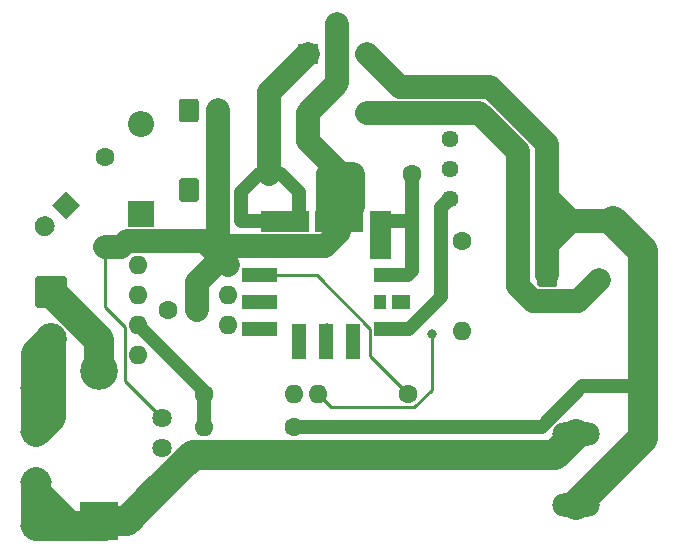
<source format=gtl>
G04 #@! TF.GenerationSoftware,KiCad,Pcbnew,(5.1.10)-1*
G04 #@! TF.CreationDate,2022-02-14T20:21:52+09:00*
G04 #@! TF.ProjectId,Integrated_Power_Board,496e7465-6772-4617-9465-645f506f7765,rev?*
G04 #@! TF.SameCoordinates,Original*
G04 #@! TF.FileFunction,Copper,L1,Top*
G04 #@! TF.FilePolarity,Positive*
%FSLAX46Y46*%
G04 Gerber Fmt 4.6, Leading zero omitted, Abs format (unit mm)*
G04 Created by KiCad (PCBNEW (5.1.10)-1) date 2022-02-14 20:21:52*
%MOMM*%
%LPD*%
G01*
G04 APERTURE LIST*
G04 #@! TA.AperFunction,ComponentPad*
%ADD10C,0.100000*%
G04 #@! TD*
G04 #@! TA.AperFunction,ComponentPad*
%ADD11O,1.700000X2.000000*%
G04 #@! TD*
G04 #@! TA.AperFunction,ComponentPad*
%ADD12O,2.700000X1.500000*%
G04 #@! TD*
G04 #@! TA.AperFunction,ComponentPad*
%ADD13O,1.600000X1.600000*%
G04 #@! TD*
G04 #@! TA.AperFunction,ComponentPad*
%ADD14C,1.635000*%
G04 #@! TD*
G04 #@! TA.AperFunction,ComponentPad*
%ADD15C,1.600000*%
G04 #@! TD*
G04 #@! TA.AperFunction,ComponentPad*
%ADD16C,1.800000*%
G04 #@! TD*
G04 #@! TA.AperFunction,ComponentPad*
%ADD17R,1.800000X1.800000*%
G04 #@! TD*
G04 #@! TA.AperFunction,SMDPad,CuDef*
%ADD18C,0.100000*%
G04 #@! TD*
G04 #@! TA.AperFunction,ComponentPad*
%ADD19O,4.000000X2.000000*%
G04 #@! TD*
G04 #@! TA.AperFunction,ComponentPad*
%ADD20C,1.440000*%
G04 #@! TD*
G04 #@! TA.AperFunction,ComponentPad*
%ADD21R,2.200000X2.200000*%
G04 #@! TD*
G04 #@! TA.AperFunction,ComponentPad*
%ADD22O,2.200000X2.200000*%
G04 #@! TD*
G04 #@! TA.AperFunction,ComponentPad*
%ADD23R,3.200000X3.200000*%
G04 #@! TD*
G04 #@! TA.AperFunction,ComponentPad*
%ADD24O,3.200000X3.200000*%
G04 #@! TD*
G04 #@! TA.AperFunction,ComponentPad*
%ADD25C,2.700000*%
G04 #@! TD*
G04 #@! TA.AperFunction,ViaPad*
%ADD26C,0.800000*%
G04 #@! TD*
G04 #@! TA.AperFunction,Conductor*
%ADD27C,2.500000*%
G04 #@! TD*
G04 #@! TA.AperFunction,Conductor*
%ADD28C,2.000000*%
G04 #@! TD*
G04 #@! TA.AperFunction,Conductor*
%ADD29C,0.250000*%
G04 #@! TD*
G04 #@! TA.AperFunction,Conductor*
%ADD30C,1.200000*%
G04 #@! TD*
G04 APERTURE END LIST*
G04 #@! TA.AperFunction,ComponentPad*
G36*
G01*
X123967908Y-89714010D02*
X123967908Y-89714010D01*
G75*
G02*
X125169990Y-89714010I601041J-601041D01*
G01*
X125169990Y-89714010D01*
G75*
G02*
X125169990Y-90916092I-601041J-601041D01*
G01*
X125169990Y-90916092D01*
G75*
G02*
X123967908Y-90916092I-601041J601041D01*
G01*
X123967908Y-90916092D01*
G75*
G02*
X123967908Y-89714010I601041J601041D01*
G01*
G37*
G04 #@! TD.AperFunction*
G04 #@! TA.AperFunction,ComponentPad*
D10*
G36*
X125162918Y-88519000D02*
G01*
X126365000Y-87316918D01*
X127567082Y-88519000D01*
X126365000Y-89721082D01*
X125162918Y-88519000D01*
G37*
G04 #@! TD.AperFunction*
G04 #@! TA.AperFunction,ComponentPad*
G36*
G01*
X135929000Y-81268000D02*
X135929000Y-79768000D01*
G75*
G02*
X136179000Y-79518000I250000J0D01*
G01*
X137379000Y-79518000D01*
G75*
G02*
X137629000Y-79768000I0J-250000D01*
G01*
X137629000Y-81268000D01*
G75*
G02*
X137379000Y-81518000I-250000J0D01*
G01*
X136179000Y-81518000D01*
G75*
G02*
X135929000Y-81268000I0J250000D01*
G01*
G37*
G04 #@! TD.AperFunction*
D11*
X139279000Y-80518000D03*
D12*
X123825000Y-104005000D03*
X123825000Y-107705000D03*
X123825000Y-112005000D03*
X123825000Y-115705000D03*
D13*
X132461000Y-93599000D03*
X140081000Y-98679000D03*
X132461000Y-96139000D03*
X140081000Y-96139000D03*
X132461000Y-98679000D03*
X140081000Y-93599000D03*
X132461000Y-101219000D03*
D14*
X134493000Y-106553000D03*
X134493000Y-109093000D03*
D15*
X138049000Y-104521000D03*
D13*
X145669000Y-104521000D03*
D16*
X149352000Y-73232000D03*
X149352000Y-78232000D03*
X151852000Y-80732000D03*
X146852000Y-80732000D03*
X151852000Y-75732000D03*
D17*
X146852000Y-75732000D03*
G04 #@! TA.AperFunction,SMDPad,CuDef*
D18*
G36*
X147485000Y-90776000D02*
G01*
X147485000Y-89006000D01*
X151555000Y-89006000D01*
X151555000Y-90776000D01*
X147485000Y-90776000D01*
G37*
G04 #@! TD.AperFunction*
G04 #@! TA.AperFunction,SMDPad,CuDef*
G36*
X142905000Y-90776000D02*
G01*
X142905000Y-89006000D01*
X146975000Y-89006000D01*
X146975000Y-90776000D01*
X142905000Y-90776000D01*
G37*
G04 #@! TD.AperFunction*
G04 #@! TA.AperFunction,SMDPad,CuDef*
G36*
X152090000Y-93071000D02*
G01*
X152090000Y-89001000D01*
X153860000Y-89001000D01*
X153860000Y-93071000D01*
X152090000Y-93071000D01*
G37*
G04 #@! TD.AperFunction*
G04 #@! TA.AperFunction,SMDPad,CuDef*
G36*
X152475000Y-97361000D02*
G01*
X152475000Y-96161000D01*
X153475000Y-96161000D01*
X153475000Y-97361000D01*
X152475000Y-97361000D01*
G37*
G04 #@! TD.AperFunction*
G04 #@! TA.AperFunction,SMDPad,CuDef*
G36*
X153975000Y-97361000D02*
G01*
X153975000Y-96161000D01*
X155475000Y-96161000D01*
X155475000Y-97361000D01*
X153975000Y-97361000D01*
G37*
G04 #@! TD.AperFunction*
G04 #@! TA.AperFunction,SMDPad,CuDef*
G36*
X150065000Y-90371000D02*
G01*
X150065000Y-87371000D01*
X151265000Y-87371000D01*
X151265000Y-90371000D01*
X150065000Y-90371000D01*
G37*
G04 #@! TD.AperFunction*
G04 #@! TA.AperFunction,SMDPad,CuDef*
G36*
X147775000Y-90371000D02*
G01*
X147775000Y-87371000D01*
X148975000Y-87371000D01*
X148975000Y-90371000D01*
X147775000Y-90371000D01*
G37*
G04 #@! TD.AperFunction*
G04 #@! TA.AperFunction,SMDPad,CuDef*
G36*
X145485000Y-90371000D02*
G01*
X145485000Y-87371000D01*
X146685000Y-87371000D01*
X146685000Y-90371000D01*
X145485000Y-90371000D01*
G37*
G04 #@! TD.AperFunction*
G04 #@! TA.AperFunction,SMDPad,CuDef*
G36*
X141275000Y-90491000D02*
G01*
X141275000Y-89291000D01*
X144275000Y-89291000D01*
X144275000Y-90491000D01*
X141275000Y-90491000D01*
G37*
G04 #@! TD.AperFunction*
G04 #@! TA.AperFunction,SMDPad,CuDef*
G36*
X152475000Y-90491000D02*
G01*
X152475000Y-89291000D01*
X155475000Y-89291000D01*
X155475000Y-90491000D01*
X152475000Y-90491000D01*
G37*
G04 #@! TD.AperFunction*
G04 #@! TA.AperFunction,SMDPad,CuDef*
G36*
X152475000Y-95071000D02*
G01*
X152475000Y-93871000D01*
X155475000Y-93871000D01*
X155475000Y-95071000D01*
X152475000Y-95071000D01*
G37*
G04 #@! TD.AperFunction*
G04 #@! TA.AperFunction,SMDPad,CuDef*
G36*
X152475000Y-99651000D02*
G01*
X152475000Y-98451000D01*
X155475000Y-98451000D01*
X155475000Y-99651000D01*
X152475000Y-99651000D01*
G37*
G04 #@! TD.AperFunction*
G04 #@! TA.AperFunction,SMDPad,CuDef*
G36*
X141275000Y-95071000D02*
G01*
X141275000Y-93871000D01*
X144275000Y-93871000D01*
X144275000Y-95071000D01*
X141275000Y-95071000D01*
G37*
G04 #@! TD.AperFunction*
G04 #@! TA.AperFunction,SMDPad,CuDef*
G36*
X141275000Y-97361000D02*
G01*
X141275000Y-96161000D01*
X144275000Y-96161000D01*
X144275000Y-97361000D01*
X141275000Y-97361000D01*
G37*
G04 #@! TD.AperFunction*
G04 #@! TA.AperFunction,SMDPad,CuDef*
G36*
X141275000Y-99651000D02*
G01*
X141275000Y-98451000D01*
X144275000Y-98451000D01*
X144275000Y-99651000D01*
X141275000Y-99651000D01*
G37*
G04 #@! TD.AperFunction*
G04 #@! TA.AperFunction,SMDPad,CuDef*
G36*
X150065000Y-101571000D02*
G01*
X150065000Y-98571000D01*
X151265000Y-98571000D01*
X151265000Y-101571000D01*
X150065000Y-101571000D01*
G37*
G04 #@! TD.AperFunction*
G04 #@! TA.AperFunction,SMDPad,CuDef*
G36*
X147775000Y-101571000D02*
G01*
X147775000Y-98571000D01*
X148975000Y-98571000D01*
X148975000Y-101571000D01*
X147775000Y-101571000D01*
G37*
G04 #@! TD.AperFunction*
G04 #@! TA.AperFunction,SMDPad,CuDef*
G36*
X145485000Y-101571000D02*
G01*
X145485000Y-98571000D01*
X146685000Y-98571000D01*
X146685000Y-101571000D01*
X145485000Y-101571000D01*
G37*
G04 #@! TD.AperFunction*
D15*
X155703000Y-85909000D03*
X150703000Y-85909000D03*
X143591000Y-85909000D03*
X148591000Y-85909000D03*
X137501000Y-97409000D03*
X135001000Y-97409000D03*
D19*
X169545000Y-107950000D03*
X169545000Y-113950000D03*
D20*
X158877000Y-82931000D03*
X158877000Y-85471000D03*
X158877000Y-88011000D03*
D15*
X172720000Y-89916000D03*
X171520000Y-94916000D03*
D13*
X129667000Y-92075000D03*
D15*
X129667000Y-84455000D03*
X159893000Y-91567000D03*
D13*
X159893000Y-99187000D03*
D15*
X155321000Y-104521000D03*
D13*
X147701000Y-104521000D03*
D15*
X145669000Y-107315000D03*
D13*
X138049000Y-107315000D03*
G04 #@! TA.AperFunction,ComponentPad*
G36*
G01*
X135929000Y-87999000D02*
X135929000Y-86499000D01*
G75*
G02*
X136179000Y-86249000I250000J0D01*
G01*
X137379000Y-86249000D01*
G75*
G02*
X137629000Y-86499000I0J-250000D01*
G01*
X137629000Y-87999000D01*
G75*
G02*
X137379000Y-88249000I-250000J0D01*
G01*
X136179000Y-88249000D01*
G75*
G02*
X135929000Y-87999000I0J250000D01*
G01*
G37*
G04 #@! TD.AperFunction*
D11*
X139279000Y-87249000D03*
X164632000Y-87884000D03*
G04 #@! TA.AperFunction,ComponentPad*
G36*
G01*
X167982000Y-87134000D02*
X167982000Y-88634000D01*
G75*
G02*
X167732000Y-88884000I-250000J0D01*
G01*
X166532000Y-88884000D01*
G75*
G02*
X166282000Y-88634000I0J250000D01*
G01*
X166282000Y-87134000D01*
G75*
G02*
X166532000Y-86884000I250000J0D01*
G01*
X167732000Y-86884000D01*
G75*
G02*
X167982000Y-87134000I0J-250000D01*
G01*
G37*
G04 #@! TD.AperFunction*
X164632000Y-94488000D03*
G04 #@! TA.AperFunction,ComponentPad*
G36*
G01*
X167982000Y-93738000D02*
X167982000Y-95238000D01*
G75*
G02*
X167732000Y-95488000I-250000J0D01*
G01*
X166532000Y-95488000D01*
G75*
G02*
X166282000Y-95238000I0J250000D01*
G01*
X166282000Y-93738000D01*
G75*
G02*
X166532000Y-93488000I250000J0D01*
G01*
X167732000Y-93488000D01*
G75*
G02*
X167982000Y-93738000I0J-250000D01*
G01*
G37*
G04 #@! TD.AperFunction*
D21*
X132715000Y-89281000D03*
D22*
X132715000Y-81661000D03*
D23*
X129159000Y-115316000D03*
D24*
X129159000Y-102616000D03*
G04 #@! TA.AperFunction,ComponentPad*
G36*
G01*
X123995001Y-94535000D02*
X126194999Y-94535000D01*
G75*
G02*
X126445000Y-94785001I0J-250001D01*
G01*
X126445000Y-96984999D01*
G75*
G02*
X126194999Y-97235000I-250001J0D01*
G01*
X123995001Y-97235000D01*
G75*
G02*
X123745000Y-96984999I0J250001D01*
G01*
X123745000Y-94785001D01*
G75*
G02*
X123995001Y-94535000I250001J0D01*
G01*
G37*
G04 #@! TD.AperFunction*
D25*
X125095000Y-99845000D03*
D26*
X158282000Y-80732000D03*
X164632000Y-84074000D03*
X149520000Y-89891000D03*
X148463000Y-98933000D03*
X175260000Y-97028000D03*
X175260000Y-107696000D03*
X158704010Y-78531990D03*
X165735000Y-81915000D03*
X157353000Y-99441000D03*
X144940000Y-89891000D03*
X164603346Y-109716654D03*
X154443346Y-109716654D03*
X142759346Y-109716654D03*
X133693804Y-113119804D03*
D27*
X125095000Y-106435000D02*
X123825000Y-107705000D01*
X125095000Y-99845000D02*
X125095000Y-106435000D01*
X123825000Y-101115000D02*
X125095000Y-99845000D01*
X123825000Y-107705000D02*
X123825000Y-101115000D01*
D28*
X164632000Y-94488000D02*
X164632000Y-87884000D01*
X169747990Y-96688010D02*
X171520000Y-94916000D01*
X165931384Y-96688010D02*
X169747990Y-96688010D01*
X164632000Y-95388626D02*
X165931384Y-96688010D01*
X164632000Y-94488000D02*
X164632000Y-95388626D01*
X164632000Y-83987000D02*
X164632000Y-87884000D01*
X161377000Y-80732000D02*
X164632000Y-83987000D01*
X151852000Y-80732000D02*
X161377000Y-80732000D01*
D27*
X129159000Y-99949000D02*
X129159000Y-102616000D01*
X125095000Y-95885000D02*
X129159000Y-99949000D01*
D28*
X149520000Y-87092000D02*
X150703000Y-85909000D01*
X148591000Y-85909000D02*
X148591000Y-88962000D01*
X150703000Y-85909000D02*
X150703000Y-88708000D01*
X149352000Y-73232000D02*
X149352000Y-78232000D01*
X149352000Y-78232000D02*
X146852000Y-80732000D01*
X146852000Y-80732000D02*
X146852000Y-83085000D01*
X146852000Y-83085000D02*
X149676000Y-85909000D01*
X149676000Y-85909000D02*
X148591000Y-85909000D01*
X150703000Y-85909000D02*
X149676000Y-85909000D01*
X149520000Y-89891000D02*
X149520000Y-87092000D01*
X139279000Y-87249000D02*
X139279000Y-80518000D01*
X129667000Y-92075000D02*
X131024998Y-92075000D01*
X149520000Y-90776000D02*
X149520000Y-89891000D01*
X131024998Y-92075000D02*
X131500999Y-91598999D01*
X131500999Y-91598999D02*
X138080999Y-91598999D01*
X148319990Y-91976010D02*
X149520000Y-90776000D01*
X138458010Y-91976010D02*
X148319990Y-91976010D01*
X138080999Y-91598999D02*
X138458010Y-91976010D01*
X139279000Y-92797000D02*
X139279000Y-87249000D01*
X138080999Y-91598999D02*
X140081000Y-93599000D01*
X137501000Y-97409000D02*
X137501000Y-95047630D01*
X140081000Y-93599000D02*
X139279000Y-92797000D01*
X137501000Y-95047630D02*
X138949630Y-93599000D01*
D29*
X148375000Y-99021000D02*
X148463000Y-98933000D01*
X148375000Y-100071000D02*
X148375000Y-99021000D01*
X129667000Y-92075000D02*
X129667000Y-97155000D01*
X129667000Y-97155000D02*
X131335999Y-98823999D01*
X134493000Y-106553000D02*
X131335999Y-103395999D01*
X131335999Y-103141999D02*
X131335999Y-103395999D01*
X131335999Y-98823999D02*
X131335999Y-103141999D01*
D30*
X153975000Y-89891000D02*
X155484000Y-89891000D01*
X155484000Y-89891000D02*
X155703000Y-89672000D01*
X153975000Y-94471000D02*
X155349000Y-94471000D01*
X155703000Y-94117000D02*
X155703000Y-88148000D01*
X155349000Y-94471000D02*
X155703000Y-94117000D01*
X155703000Y-88148000D02*
X155703000Y-85909000D01*
X155703000Y-89672000D02*
X155703000Y-88148000D01*
D29*
X153975000Y-90036000D02*
X152975000Y-91036000D01*
X153975000Y-89891000D02*
X153975000Y-90036000D01*
D27*
X175260000Y-108235000D02*
X175260000Y-108204000D01*
X169545000Y-113950000D02*
X175260000Y-108235000D01*
D28*
X167132000Y-87272717D02*
X167132000Y-87884000D01*
D27*
X175260000Y-92456000D02*
X175260000Y-98044000D01*
X172720000Y-89916000D02*
X175260000Y-92456000D01*
D28*
X167132000Y-94488000D02*
X167132000Y-87884000D01*
X169164000Y-89916000D02*
X167132000Y-87884000D01*
X172720000Y-89916000D02*
X169164000Y-89916000D01*
X167132000Y-91948000D02*
X169164000Y-89916000D01*
X167132000Y-94488000D02*
X167132000Y-91948000D01*
X154651990Y-78531990D02*
X151852000Y-75732000D01*
X162288272Y-78531990D02*
X154651990Y-78531990D01*
X167132000Y-83375718D02*
X162288272Y-78531990D01*
X167132000Y-87884000D02*
X167132000Y-83375718D01*
D30*
X170063402Y-103886000D02*
X175260000Y-103886000D01*
X166634402Y-107315000D02*
X170063402Y-103886000D01*
X145669000Y-107315000D02*
X166634402Y-107315000D01*
D27*
X175260000Y-103886000D02*
X175260000Y-98044000D01*
X175260000Y-108235000D02*
X175260000Y-103886000D01*
D30*
X138049000Y-104267000D02*
X132461000Y-98679000D01*
X138049000Y-104521000D02*
X138049000Y-104267000D01*
X138049000Y-104521000D02*
X138049000Y-107315000D01*
X153975000Y-99051000D02*
X155439000Y-99051000D01*
X158157001Y-96332999D02*
X155439000Y-99051000D01*
X158157001Y-88730999D02*
X158157001Y-96332999D01*
X158877000Y-88011000D02*
X158157001Y-88730999D01*
X146085000Y-88871000D02*
X146085000Y-87387000D01*
X144607000Y-85909000D02*
X143591000Y-85909000D01*
X146085000Y-87387000D02*
X144607000Y-85909000D01*
X142775000Y-89891000D02*
X141223000Y-89891000D01*
X143591000Y-85909000D02*
X142702000Y-85909000D01*
X141223000Y-87388000D02*
X142702000Y-85909000D01*
X141223000Y-89891000D02*
X141223000Y-87388000D01*
D29*
X145960000Y-88871000D02*
X144940000Y-89891000D01*
X146085000Y-88871000D02*
X145960000Y-88871000D01*
D28*
X143591000Y-85909000D02*
X143591000Y-78993000D01*
D29*
X146852000Y-75732000D02*
X145479337Y-77104663D01*
D28*
X143591000Y-78993000D02*
X146852000Y-75732000D01*
D29*
X157353000Y-104154002D02*
X157353000Y-99441000D01*
X155861001Y-105646001D02*
X157353000Y-104154002D01*
X148826001Y-105646001D02*
X155861001Y-105646001D01*
X147701000Y-104521000D02*
X148826001Y-105646001D01*
X152149990Y-101349990D02*
X155321000Y-104521000D01*
X152149990Y-98996354D02*
X152149990Y-101349990D01*
X147624636Y-94471000D02*
X152149990Y-98996354D01*
X142775000Y-94471000D02*
X147624636Y-94471000D01*
D27*
X167778346Y-109716654D02*
X169545000Y-107950000D01*
X164603346Y-109716654D02*
X167778346Y-109716654D01*
X154443346Y-109716654D02*
X164603346Y-109716654D01*
X123825000Y-115459000D02*
X124071000Y-115705000D01*
X123825000Y-112005000D02*
X123825000Y-115459000D01*
X123825000Y-115705000D02*
X124071000Y-115705000D01*
X123825000Y-112919000D02*
X126611000Y-115705000D01*
X123825000Y-112005000D02*
X123825000Y-112919000D01*
X124071000Y-115705000D02*
X126611000Y-115705000D01*
X126611000Y-115705000D02*
X129659000Y-115705000D01*
X129159000Y-115316000D02*
X131573000Y-115316000D01*
D28*
X145669000Y-109578308D02*
X145530654Y-109716654D01*
D27*
X145530654Y-109716654D02*
X154443346Y-109716654D01*
X142759346Y-109716654D02*
X145530654Y-109716654D01*
X137096953Y-109716654D02*
X142759346Y-109716654D01*
X131573000Y-115240607D02*
X133693804Y-113119804D01*
X131573000Y-115316000D02*
X131573000Y-115240607D01*
X133693804Y-113119804D02*
X137096953Y-109716654D01*
M02*

</source>
